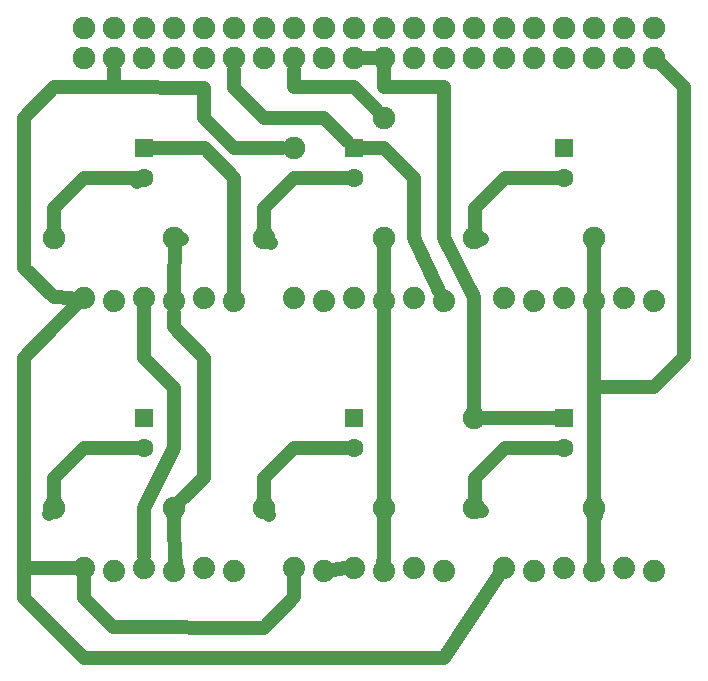
<source format=gbl>
G04 MADE WITH FRITZING*
G04 WWW.FRITZING.ORG*
G04 DOUBLE SIDED*
G04 HOLES PLATED*
G04 CONTOUR ON CENTER OF CONTOUR VECTOR*
%ASAXBY*%
%FSLAX23Y23*%
%MOIN*%
%OFA0B0*%
%SFA1.0B1.0*%
%ADD10C,0.075000*%
%ADD11C,0.062992*%
%ADD12C,0.074000*%
%ADD13C,0.075433*%
%ADD14C,0.074667*%
%ADD15C,0.074695*%
%ADD16R,0.062992X0.062992*%
%ADD17C,0.048000*%
%LNCOPPER0*%
G90*
G70*
G54D10*
X1702Y708D03*
X2102Y708D03*
X1002Y708D03*
X1402Y708D03*
X302Y708D03*
X702Y708D03*
X1002Y1608D03*
X1402Y1608D03*
X302Y1608D03*
X702Y1608D03*
X1702Y1608D03*
X2102Y1608D03*
G54D11*
X1302Y1006D03*
X1302Y908D03*
X2002Y1006D03*
X2002Y908D03*
X602Y1006D03*
X602Y908D03*
X2002Y1906D03*
X2002Y1808D03*
X1302Y1906D03*
X1302Y1808D03*
X602Y1906D03*
X602Y1808D03*
G54D12*
X902Y1398D03*
X802Y1408D03*
X702Y1398D03*
X602Y1408D03*
X502Y1398D03*
X402Y1408D03*
X1602Y1398D03*
X1502Y1408D03*
X1402Y1398D03*
X1302Y1408D03*
X1202Y1398D03*
X1102Y1408D03*
X2302Y1398D03*
X2202Y1408D03*
X2102Y1398D03*
X2002Y1408D03*
X1902Y1398D03*
X1802Y1408D03*
X902Y498D03*
X802Y508D03*
X702Y498D03*
X602Y508D03*
X502Y498D03*
X402Y508D03*
X1602Y498D03*
X1502Y508D03*
X1402Y498D03*
X1302Y508D03*
X1202Y498D03*
X1102Y508D03*
X2302Y498D03*
X2202Y508D03*
X2102Y498D03*
X2002Y508D03*
X1902Y498D03*
X1802Y508D03*
G54D13*
X1402Y2008D03*
X1702Y1008D03*
X1102Y1908D03*
G54D14*
X402Y2208D03*
X502Y2208D03*
X602Y2208D03*
X702Y2208D03*
G54D15*
X802Y2208D03*
G54D14*
X902Y2208D03*
X1002Y2208D03*
X1102Y2208D03*
X1202Y2208D03*
G54D15*
X1302Y2208D03*
G54D14*
X1402Y2208D03*
G54D15*
X1502Y2208D03*
G54D14*
X1602Y2208D03*
X1702Y2208D03*
X1802Y2208D03*
X1902Y2208D03*
G54D15*
X2002Y2208D03*
G54D14*
X2102Y2208D03*
X2202Y2208D03*
X2302Y2208D03*
X2302Y2308D03*
X2202Y2308D03*
X2102Y2308D03*
G54D15*
X2002Y2308D03*
G54D14*
X1902Y2308D03*
X1802Y2308D03*
X1702Y2308D03*
X1602Y2308D03*
G54D15*
X1502Y2308D03*
G54D14*
X1402Y2308D03*
G54D15*
X1302Y2308D03*
G54D14*
X1202Y2308D03*
X1102Y2308D03*
X1002Y2308D03*
X902Y2308D03*
G54D15*
X802Y2308D03*
G54D14*
X702Y2308D03*
X602Y2308D03*
X502Y2308D03*
X402Y2308D03*
G54D16*
X1302Y1006D03*
X2002Y1006D03*
X602Y1006D03*
X2002Y1906D03*
X1302Y1906D03*
X602Y1906D03*
G54D17*
X2102Y707D02*
X2102Y529D01*
D02*
X2109Y680D02*
X2102Y707D01*
D02*
X1704Y807D02*
X1804Y906D01*
D02*
X1704Y707D02*
X1704Y807D01*
D02*
X1804Y906D02*
X1975Y908D01*
D02*
X1728Y696D02*
X1704Y707D01*
D02*
X1102Y906D02*
X1275Y908D01*
D02*
X1003Y707D02*
X1003Y807D01*
D02*
X1003Y807D02*
X1102Y906D01*
D02*
X1018Y684D02*
X1003Y707D01*
D02*
X401Y906D02*
X575Y908D01*
D02*
X301Y807D02*
X401Y906D01*
D02*
X301Y707D02*
X301Y807D01*
D02*
X284Y686D02*
X301Y707D01*
D02*
X704Y508D02*
X702Y679D01*
D02*
X708Y529D02*
X704Y508D01*
D02*
X1401Y508D02*
X1402Y679D01*
D02*
X1399Y529D02*
X1401Y508D01*
D02*
X704Y1607D02*
X730Y1602D01*
D02*
X702Y1429D02*
X704Y1607D01*
D02*
X600Y1807D02*
X579Y1794D01*
D02*
X301Y1707D02*
X401Y1807D01*
D02*
X401Y1807D02*
X600Y1807D01*
D02*
X302Y1637D02*
X301Y1707D01*
D02*
X1003Y1607D02*
X1003Y1707D01*
D02*
X1102Y1807D02*
X1275Y1808D01*
D02*
X1003Y1707D02*
X1102Y1807D01*
D02*
X1025Y1591D02*
X1003Y1607D01*
D02*
X1704Y1707D02*
X1804Y1807D01*
D02*
X1804Y1807D02*
X1975Y1808D01*
D02*
X1704Y1607D02*
X1704Y1707D01*
D02*
X1730Y1602D02*
X1704Y1607D01*
D02*
X1502Y1607D02*
X1586Y1431D01*
D02*
X1402Y1908D02*
X1503Y1808D01*
D02*
X1329Y1907D02*
X1402Y1908D01*
D02*
X903Y1807D02*
X902Y1429D01*
D02*
X804Y1906D02*
X903Y1807D01*
D02*
X629Y1906D02*
X804Y1906D01*
D02*
X1402Y737D02*
X1402Y1367D01*
D02*
X1401Y1508D02*
X1402Y1579D01*
D02*
X1402Y1429D02*
X1401Y1508D01*
D02*
X2102Y737D02*
X2102Y1367D01*
D02*
X726Y732D02*
X802Y808D01*
D02*
X2102Y1110D02*
X2102Y1579D01*
D02*
X2401Y1209D02*
X2301Y1110D01*
D02*
X2401Y2110D02*
X2401Y1209D01*
D02*
X2326Y2185D02*
X2401Y2110D01*
D02*
X2301Y1110D02*
X2102Y1110D01*
D02*
X301Y1409D02*
X360Y1408D01*
D02*
X202Y2006D02*
X202Y1508D01*
D02*
X202Y1508D02*
X301Y1409D01*
D02*
X301Y2110D02*
X202Y2006D01*
D02*
X501Y2109D02*
X301Y2110D01*
D02*
X502Y2165D02*
X501Y2109D01*
D02*
X1001Y308D02*
X1102Y409D01*
D02*
X500Y309D02*
X1001Y308D01*
D02*
X401Y408D02*
X500Y309D01*
D02*
X402Y477D02*
X401Y408D01*
D02*
X1002Y2007D02*
X1202Y2007D01*
D02*
X901Y2108D02*
X1002Y2007D01*
D02*
X902Y2165D02*
X901Y2108D01*
D02*
X1202Y2007D02*
X1279Y1929D01*
D02*
X1102Y2165D02*
X1102Y2109D01*
D02*
X1102Y2109D02*
X1302Y2109D01*
D02*
X1302Y2109D02*
X1374Y2036D01*
D02*
X1334Y2208D02*
X1370Y2208D01*
D02*
X1975Y1007D02*
X1731Y1008D01*
D02*
X502Y2165D02*
X501Y2109D01*
D02*
X901Y1908D02*
X1062Y1908D01*
D02*
X501Y2109D02*
X802Y2108D01*
D02*
X802Y2007D02*
X901Y1908D01*
D02*
X802Y2108D02*
X802Y2007D01*
D02*
X371Y508D02*
X202Y508D01*
D02*
X202Y508D02*
X202Y608D01*
D02*
X203Y1207D02*
X302Y1310D01*
D02*
X202Y608D02*
X203Y1207D01*
D02*
X302Y1310D02*
X380Y1386D01*
D02*
X1785Y482D02*
X1602Y208D01*
D02*
X1602Y208D02*
X402Y208D01*
D02*
X402Y208D02*
X203Y407D01*
D02*
X203Y407D02*
X202Y508D01*
D02*
X202Y508D02*
X371Y508D01*
D02*
X1233Y501D02*
X1271Y505D01*
D02*
X602Y1371D02*
X602Y1308D01*
D02*
X702Y1108D02*
X702Y908D01*
D02*
X602Y1208D02*
X702Y1108D01*
D02*
X602Y1308D02*
X602Y1208D01*
D02*
X702Y908D02*
X602Y708D01*
D02*
X602Y708D02*
X602Y545D01*
D02*
X1102Y409D02*
X1102Y477D01*
D02*
X1402Y2109D02*
X1402Y2208D01*
D02*
X1603Y2109D02*
X1402Y2109D01*
D02*
X1402Y2208D02*
X1345Y2208D01*
D02*
X1602Y1908D02*
X1603Y2109D01*
D02*
X1603Y1607D02*
X1602Y1908D01*
D02*
X1603Y1908D02*
X1603Y1607D01*
D02*
X1603Y1607D02*
X1603Y1908D01*
D02*
X1702Y1409D02*
X1603Y1607D01*
D02*
X1702Y1208D02*
X1702Y1409D01*
D02*
X1702Y1037D02*
X1702Y1208D01*
D02*
X1502Y1807D02*
X1502Y1607D01*
D02*
X1503Y1808D02*
X1502Y1807D01*
D02*
X702Y1309D02*
X702Y1356D01*
D02*
X802Y808D02*
X803Y1208D01*
D02*
X803Y1208D02*
X702Y1309D01*
G04 End of Copper0*
M02*
</source>
